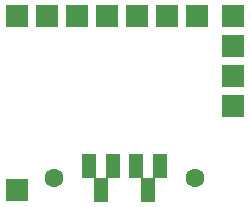
<source format=gbr>
G04 #@! TF.FileFunction,Soldermask,Top*
%FSLAX46Y46*%
G04 Gerber Fmt 4.6, Leading zero omitted, Abs format (unit mm)*
G04 Created by KiCad (PCBNEW 4.0.7) date 04/27/18 14:22:45*
%MOMM*%
%LPD*%
G01*
G04 APERTURE LIST*
%ADD10C,0.150000*%
%ADD11C,1.600000*%
%ADD12R,1.300000X2.100000*%
%ADD13R,1.900000X1.900000*%
G04 APERTURE END LIST*
D10*
D11*
X124824000Y-125492000D03*
D12*
X115824000Y-124492000D03*
X116824000Y-126492000D03*
X117824000Y-124492000D03*
X119824000Y-124492000D03*
X120824000Y-126492000D03*
X121824000Y-124492000D03*
D11*
X112824000Y-125492000D03*
D13*
X109728000Y-111760000D03*
X114808000Y-111760000D03*
X119888000Y-111760000D03*
X124968000Y-111760000D03*
X128016000Y-119380000D03*
X112268000Y-111760000D03*
X128016000Y-116840000D03*
X128016000Y-111760000D03*
X128016000Y-114300000D03*
X117348000Y-111760000D03*
X122428000Y-111760000D03*
X109728000Y-126492000D03*
M02*

</source>
